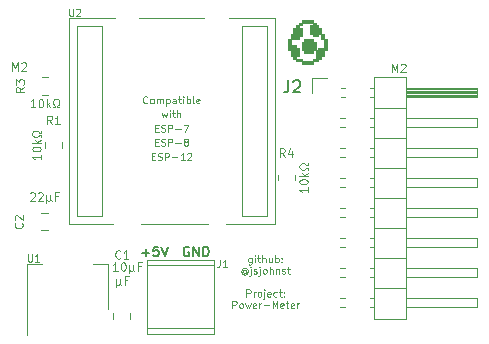
<source format=gto>
G04 #@! TF.GenerationSoftware,KiCad,Pcbnew,(6.0.10-0)*
G04 #@! TF.CreationDate,2023-01-01T02:05:10-05:00*
G04 #@! TF.ProjectId,8CT-PowerMeter,3843542d-506f-4776-9572-4d657465722e,rev?*
G04 #@! TF.SameCoordinates,Original*
G04 #@! TF.FileFunction,Legend,Top*
G04 #@! TF.FilePolarity,Positive*
%FSLAX46Y46*%
G04 Gerber Fmt 4.6, Leading zero omitted, Abs format (unit mm)*
G04 Created by KiCad (PCBNEW (6.0.10-0)) date 2023-01-01 02:05:10*
%MOMM*%
%LPD*%
G01*
G04 APERTURE LIST*
%ADD10C,0.150000*%
%ADD11C,0.110000*%
%ADD12C,0.120000*%
%ADD13C,0.100000*%
%ADD14C,0.010000*%
G04 APERTURE END LIST*
D10*
X151488476Y-88462000D02*
X151412285Y-88423904D01*
X151298000Y-88423904D01*
X151183714Y-88462000D01*
X151107523Y-88538190D01*
X151069428Y-88614380D01*
X151031333Y-88766761D01*
X151031333Y-88881047D01*
X151069428Y-89033428D01*
X151107523Y-89109619D01*
X151183714Y-89185809D01*
X151298000Y-89223904D01*
X151374190Y-89223904D01*
X151488476Y-89185809D01*
X151526571Y-89147714D01*
X151526571Y-88881047D01*
X151374190Y-88881047D01*
X151869428Y-89223904D02*
X151869428Y-88423904D01*
X152326571Y-89223904D01*
X152326571Y-88423904D01*
X152707523Y-89223904D02*
X152707523Y-88423904D01*
X152898000Y-88423904D01*
X153012285Y-88462000D01*
X153088476Y-88538190D01*
X153126571Y-88614380D01*
X153164666Y-88766761D01*
X153164666Y-88881047D01*
X153126571Y-89033428D01*
X153088476Y-89109619D01*
X153012285Y-89185809D01*
X152898000Y-89223904D01*
X152707523Y-89223904D01*
X147513428Y-88919142D02*
X148122952Y-88919142D01*
X147818190Y-89223904D02*
X147818190Y-88614380D01*
X148884857Y-88423904D02*
X148503904Y-88423904D01*
X148465809Y-88804857D01*
X148503904Y-88766761D01*
X148580095Y-88728666D01*
X148770571Y-88728666D01*
X148846761Y-88766761D01*
X148884857Y-88804857D01*
X148922952Y-88881047D01*
X148922952Y-89071523D01*
X148884857Y-89147714D01*
X148846761Y-89185809D01*
X148770571Y-89223904D01*
X148580095Y-89223904D01*
X148503904Y-89185809D01*
X148465809Y-89147714D01*
X149151523Y-88423904D02*
X149418190Y-89223904D01*
X149684857Y-88423904D01*
D11*
X148628571Y-79557142D02*
X148828571Y-79557142D01*
X148914285Y-79871428D02*
X148628571Y-79871428D01*
X148628571Y-79271428D01*
X148914285Y-79271428D01*
X149142857Y-79842857D02*
X149228571Y-79871428D01*
X149371428Y-79871428D01*
X149428571Y-79842857D01*
X149457142Y-79814285D01*
X149485714Y-79757142D01*
X149485714Y-79700000D01*
X149457142Y-79642857D01*
X149428571Y-79614285D01*
X149371428Y-79585714D01*
X149257142Y-79557142D01*
X149200000Y-79528571D01*
X149171428Y-79500000D01*
X149142857Y-79442857D01*
X149142857Y-79385714D01*
X149171428Y-79328571D01*
X149200000Y-79300000D01*
X149257142Y-79271428D01*
X149400000Y-79271428D01*
X149485714Y-79300000D01*
X149742857Y-79871428D02*
X149742857Y-79271428D01*
X149971428Y-79271428D01*
X150028571Y-79300000D01*
X150057142Y-79328571D01*
X150085714Y-79385714D01*
X150085714Y-79471428D01*
X150057142Y-79528571D01*
X150028571Y-79557142D01*
X149971428Y-79585714D01*
X149742857Y-79585714D01*
X150342857Y-79642857D02*
X150800000Y-79642857D01*
X151171428Y-79528571D02*
X151114285Y-79500000D01*
X151085714Y-79471428D01*
X151057142Y-79414285D01*
X151057142Y-79385714D01*
X151085714Y-79328571D01*
X151114285Y-79300000D01*
X151171428Y-79271428D01*
X151285714Y-79271428D01*
X151342857Y-79300000D01*
X151371428Y-79328571D01*
X151400000Y-79385714D01*
X151400000Y-79414285D01*
X151371428Y-79471428D01*
X151342857Y-79500000D01*
X151285714Y-79528571D01*
X151171428Y-79528571D01*
X151114285Y-79557142D01*
X151085714Y-79585714D01*
X151057142Y-79642857D01*
X151057142Y-79757142D01*
X151085714Y-79814285D01*
X151114285Y-79842857D01*
X151171428Y-79871428D01*
X151285714Y-79871428D01*
X151342857Y-79842857D01*
X151371428Y-79814285D01*
X151400000Y-79757142D01*
X151400000Y-79642857D01*
X151371428Y-79585714D01*
X151342857Y-79557142D01*
X151285714Y-79528571D01*
X149185714Y-77071428D02*
X149300000Y-77471428D01*
X149414285Y-77185714D01*
X149528571Y-77471428D01*
X149642857Y-77071428D01*
X149871428Y-77471428D02*
X149871428Y-77071428D01*
X149871428Y-76871428D02*
X149842857Y-76900000D01*
X149871428Y-76928571D01*
X149900000Y-76900000D01*
X149871428Y-76871428D01*
X149871428Y-76928571D01*
X150071428Y-77071428D02*
X150300000Y-77071428D01*
X150157142Y-76871428D02*
X150157142Y-77385714D01*
X150185714Y-77442857D01*
X150242857Y-77471428D01*
X150300000Y-77471428D01*
X150500000Y-77471428D02*
X150500000Y-76871428D01*
X150757142Y-77471428D02*
X150757142Y-77157142D01*
X150728571Y-77100000D01*
X150671428Y-77071428D01*
X150585714Y-77071428D01*
X150528571Y-77100000D01*
X150500000Y-77128571D01*
X148628571Y-78357142D02*
X148828571Y-78357142D01*
X148914285Y-78671428D02*
X148628571Y-78671428D01*
X148628571Y-78071428D01*
X148914285Y-78071428D01*
X149142857Y-78642857D02*
X149228571Y-78671428D01*
X149371428Y-78671428D01*
X149428571Y-78642857D01*
X149457142Y-78614285D01*
X149485714Y-78557142D01*
X149485714Y-78500000D01*
X149457142Y-78442857D01*
X149428571Y-78414285D01*
X149371428Y-78385714D01*
X149257142Y-78357142D01*
X149200000Y-78328571D01*
X149171428Y-78300000D01*
X149142857Y-78242857D01*
X149142857Y-78185714D01*
X149171428Y-78128571D01*
X149200000Y-78100000D01*
X149257142Y-78071428D01*
X149400000Y-78071428D01*
X149485714Y-78100000D01*
X149742857Y-78671428D02*
X149742857Y-78071428D01*
X149971428Y-78071428D01*
X150028571Y-78100000D01*
X150057142Y-78128571D01*
X150085714Y-78185714D01*
X150085714Y-78271428D01*
X150057142Y-78328571D01*
X150028571Y-78357142D01*
X149971428Y-78385714D01*
X149742857Y-78385714D01*
X150342857Y-78442857D02*
X150800000Y-78442857D01*
X151028571Y-78071428D02*
X151428571Y-78071428D01*
X151171428Y-78671428D01*
X156797142Y-89341428D02*
X156797142Y-89827142D01*
X156768571Y-89884285D01*
X156740000Y-89912857D01*
X156682857Y-89941428D01*
X156597142Y-89941428D01*
X156540000Y-89912857D01*
X156797142Y-89712857D02*
X156740000Y-89741428D01*
X156625714Y-89741428D01*
X156568571Y-89712857D01*
X156540000Y-89684285D01*
X156511428Y-89627142D01*
X156511428Y-89455714D01*
X156540000Y-89398571D01*
X156568571Y-89370000D01*
X156625714Y-89341428D01*
X156740000Y-89341428D01*
X156797142Y-89370000D01*
X157082857Y-89741428D02*
X157082857Y-89341428D01*
X157082857Y-89141428D02*
X157054285Y-89170000D01*
X157082857Y-89198571D01*
X157111428Y-89170000D01*
X157082857Y-89141428D01*
X157082857Y-89198571D01*
X157282857Y-89341428D02*
X157511428Y-89341428D01*
X157368571Y-89141428D02*
X157368571Y-89655714D01*
X157397142Y-89712857D01*
X157454285Y-89741428D01*
X157511428Y-89741428D01*
X157711428Y-89741428D02*
X157711428Y-89141428D01*
X157968571Y-89741428D02*
X157968571Y-89427142D01*
X157940000Y-89370000D01*
X157882857Y-89341428D01*
X157797142Y-89341428D01*
X157740000Y-89370000D01*
X157711428Y-89398571D01*
X158511428Y-89341428D02*
X158511428Y-89741428D01*
X158254285Y-89341428D02*
X158254285Y-89655714D01*
X158282857Y-89712857D01*
X158340000Y-89741428D01*
X158425714Y-89741428D01*
X158482857Y-89712857D01*
X158511428Y-89684285D01*
X158797142Y-89741428D02*
X158797142Y-89141428D01*
X158797142Y-89370000D02*
X158854285Y-89341428D01*
X158968571Y-89341428D01*
X159025714Y-89370000D01*
X159054285Y-89398571D01*
X159082857Y-89455714D01*
X159082857Y-89627142D01*
X159054285Y-89684285D01*
X159025714Y-89712857D01*
X158968571Y-89741428D01*
X158854285Y-89741428D01*
X158797142Y-89712857D01*
X159340000Y-89684285D02*
X159368571Y-89712857D01*
X159340000Y-89741428D01*
X159311428Y-89712857D01*
X159340000Y-89684285D01*
X159340000Y-89741428D01*
X159340000Y-89370000D02*
X159368571Y-89398571D01*
X159340000Y-89427142D01*
X159311428Y-89398571D01*
X159340000Y-89370000D01*
X159340000Y-89427142D01*
X156311428Y-90421714D02*
X156282857Y-90393142D01*
X156225714Y-90364571D01*
X156168571Y-90364571D01*
X156111428Y-90393142D01*
X156082857Y-90421714D01*
X156054285Y-90478857D01*
X156054285Y-90536000D01*
X156082857Y-90593142D01*
X156111428Y-90621714D01*
X156168571Y-90650285D01*
X156225714Y-90650285D01*
X156282857Y-90621714D01*
X156311428Y-90593142D01*
X156311428Y-90364571D02*
X156311428Y-90593142D01*
X156340000Y-90621714D01*
X156368571Y-90621714D01*
X156425714Y-90593142D01*
X156454285Y-90536000D01*
X156454285Y-90393142D01*
X156397142Y-90307428D01*
X156311428Y-90250285D01*
X156197142Y-90221714D01*
X156082857Y-90250285D01*
X155997142Y-90307428D01*
X155940000Y-90393142D01*
X155911428Y-90507428D01*
X155940000Y-90621714D01*
X155997142Y-90707428D01*
X156082857Y-90764571D01*
X156197142Y-90793142D01*
X156311428Y-90764571D01*
X156397142Y-90707428D01*
X156711428Y-90307428D02*
X156711428Y-90821714D01*
X156682857Y-90878857D01*
X156625714Y-90907428D01*
X156597142Y-90907428D01*
X156711428Y-90107428D02*
X156682857Y-90136000D01*
X156711428Y-90164571D01*
X156740000Y-90136000D01*
X156711428Y-90107428D01*
X156711428Y-90164571D01*
X156968571Y-90678857D02*
X157025714Y-90707428D01*
X157140000Y-90707428D01*
X157197142Y-90678857D01*
X157225714Y-90621714D01*
X157225714Y-90593142D01*
X157197142Y-90536000D01*
X157140000Y-90507428D01*
X157054285Y-90507428D01*
X156997142Y-90478857D01*
X156968571Y-90421714D01*
X156968571Y-90393142D01*
X156997142Y-90336000D01*
X157054285Y-90307428D01*
X157140000Y-90307428D01*
X157197142Y-90336000D01*
X157482857Y-90307428D02*
X157482857Y-90821714D01*
X157454285Y-90878857D01*
X157397142Y-90907428D01*
X157368571Y-90907428D01*
X157482857Y-90107428D02*
X157454285Y-90136000D01*
X157482857Y-90164571D01*
X157511428Y-90136000D01*
X157482857Y-90107428D01*
X157482857Y-90164571D01*
X157854285Y-90707428D02*
X157797142Y-90678857D01*
X157768571Y-90650285D01*
X157740000Y-90593142D01*
X157740000Y-90421714D01*
X157768571Y-90364571D01*
X157797142Y-90336000D01*
X157854285Y-90307428D01*
X157940000Y-90307428D01*
X157997142Y-90336000D01*
X158025714Y-90364571D01*
X158054285Y-90421714D01*
X158054285Y-90593142D01*
X158025714Y-90650285D01*
X157997142Y-90678857D01*
X157940000Y-90707428D01*
X157854285Y-90707428D01*
X158311428Y-90707428D02*
X158311428Y-90107428D01*
X158568571Y-90707428D02*
X158568571Y-90393142D01*
X158540000Y-90336000D01*
X158482857Y-90307428D01*
X158397142Y-90307428D01*
X158340000Y-90336000D01*
X158311428Y-90364571D01*
X158854285Y-90307428D02*
X158854285Y-90707428D01*
X158854285Y-90364571D02*
X158882857Y-90336000D01*
X158940000Y-90307428D01*
X159025714Y-90307428D01*
X159082857Y-90336000D01*
X159111428Y-90393142D01*
X159111428Y-90707428D01*
X159368571Y-90678857D02*
X159425714Y-90707428D01*
X159540000Y-90707428D01*
X159597142Y-90678857D01*
X159625714Y-90621714D01*
X159625714Y-90593142D01*
X159597142Y-90536000D01*
X159540000Y-90507428D01*
X159454285Y-90507428D01*
X159397142Y-90478857D01*
X159368571Y-90421714D01*
X159368571Y-90393142D01*
X159397142Y-90336000D01*
X159454285Y-90307428D01*
X159540000Y-90307428D01*
X159597142Y-90336000D01*
X159797142Y-90307428D02*
X160025714Y-90307428D01*
X159882857Y-90107428D02*
X159882857Y-90621714D01*
X159911428Y-90678857D01*
X159968571Y-90707428D01*
X160025714Y-90707428D01*
X156354285Y-92639428D02*
X156354285Y-92039428D01*
X156582857Y-92039428D01*
X156640000Y-92068000D01*
X156668571Y-92096571D01*
X156697142Y-92153714D01*
X156697142Y-92239428D01*
X156668571Y-92296571D01*
X156640000Y-92325142D01*
X156582857Y-92353714D01*
X156354285Y-92353714D01*
X156954285Y-92639428D02*
X156954285Y-92239428D01*
X156954285Y-92353714D02*
X156982857Y-92296571D01*
X157011428Y-92268000D01*
X157068571Y-92239428D01*
X157125714Y-92239428D01*
X157411428Y-92639428D02*
X157354285Y-92610857D01*
X157325714Y-92582285D01*
X157297142Y-92525142D01*
X157297142Y-92353714D01*
X157325714Y-92296571D01*
X157354285Y-92268000D01*
X157411428Y-92239428D01*
X157497142Y-92239428D01*
X157554285Y-92268000D01*
X157582857Y-92296571D01*
X157611428Y-92353714D01*
X157611428Y-92525142D01*
X157582857Y-92582285D01*
X157554285Y-92610857D01*
X157497142Y-92639428D01*
X157411428Y-92639428D01*
X157868571Y-92239428D02*
X157868571Y-92753714D01*
X157840000Y-92810857D01*
X157782857Y-92839428D01*
X157754285Y-92839428D01*
X157868571Y-92039428D02*
X157840000Y-92068000D01*
X157868571Y-92096571D01*
X157897142Y-92068000D01*
X157868571Y-92039428D01*
X157868571Y-92096571D01*
X158382857Y-92610857D02*
X158325714Y-92639428D01*
X158211428Y-92639428D01*
X158154285Y-92610857D01*
X158125714Y-92553714D01*
X158125714Y-92325142D01*
X158154285Y-92268000D01*
X158211428Y-92239428D01*
X158325714Y-92239428D01*
X158382857Y-92268000D01*
X158411428Y-92325142D01*
X158411428Y-92382285D01*
X158125714Y-92439428D01*
X158925714Y-92610857D02*
X158868571Y-92639428D01*
X158754285Y-92639428D01*
X158697142Y-92610857D01*
X158668571Y-92582285D01*
X158640000Y-92525142D01*
X158640000Y-92353714D01*
X158668571Y-92296571D01*
X158697142Y-92268000D01*
X158754285Y-92239428D01*
X158868571Y-92239428D01*
X158925714Y-92268000D01*
X159097142Y-92239428D02*
X159325714Y-92239428D01*
X159182857Y-92039428D02*
X159182857Y-92553714D01*
X159211428Y-92610857D01*
X159268571Y-92639428D01*
X159325714Y-92639428D01*
X159525714Y-92582285D02*
X159554285Y-92610857D01*
X159525714Y-92639428D01*
X159497142Y-92610857D01*
X159525714Y-92582285D01*
X159525714Y-92639428D01*
X159525714Y-92268000D02*
X159554285Y-92296571D01*
X159525714Y-92325142D01*
X159497142Y-92296571D01*
X159525714Y-92268000D01*
X159525714Y-92325142D01*
X155168571Y-93605428D02*
X155168571Y-93005428D01*
X155397142Y-93005428D01*
X155454285Y-93034000D01*
X155482857Y-93062571D01*
X155511428Y-93119714D01*
X155511428Y-93205428D01*
X155482857Y-93262571D01*
X155454285Y-93291142D01*
X155397142Y-93319714D01*
X155168571Y-93319714D01*
X155854285Y-93605428D02*
X155797142Y-93576857D01*
X155768571Y-93548285D01*
X155740000Y-93491142D01*
X155740000Y-93319714D01*
X155768571Y-93262571D01*
X155797142Y-93234000D01*
X155854285Y-93205428D01*
X155940000Y-93205428D01*
X155997142Y-93234000D01*
X156025714Y-93262571D01*
X156054285Y-93319714D01*
X156054285Y-93491142D01*
X156025714Y-93548285D01*
X155997142Y-93576857D01*
X155940000Y-93605428D01*
X155854285Y-93605428D01*
X156254285Y-93205428D02*
X156368571Y-93605428D01*
X156482857Y-93319714D01*
X156597142Y-93605428D01*
X156711428Y-93205428D01*
X157168571Y-93576857D02*
X157111428Y-93605428D01*
X156997142Y-93605428D01*
X156940000Y-93576857D01*
X156911428Y-93519714D01*
X156911428Y-93291142D01*
X156940000Y-93234000D01*
X156997142Y-93205428D01*
X157111428Y-93205428D01*
X157168571Y-93234000D01*
X157197142Y-93291142D01*
X157197142Y-93348285D01*
X156911428Y-93405428D01*
X157454285Y-93605428D02*
X157454285Y-93205428D01*
X157454285Y-93319714D02*
X157482857Y-93262571D01*
X157511428Y-93234000D01*
X157568571Y-93205428D01*
X157625714Y-93205428D01*
X157825714Y-93376857D02*
X158282857Y-93376857D01*
X158568571Y-93605428D02*
X158568571Y-93005428D01*
X158768571Y-93434000D01*
X158968571Y-93005428D01*
X158968571Y-93605428D01*
X159482857Y-93576857D02*
X159425714Y-93605428D01*
X159311428Y-93605428D01*
X159254285Y-93576857D01*
X159225714Y-93519714D01*
X159225714Y-93291142D01*
X159254285Y-93234000D01*
X159311428Y-93205428D01*
X159425714Y-93205428D01*
X159482857Y-93234000D01*
X159511428Y-93291142D01*
X159511428Y-93348285D01*
X159225714Y-93405428D01*
X159682857Y-93205428D02*
X159911428Y-93205428D01*
X159768571Y-93005428D02*
X159768571Y-93519714D01*
X159797142Y-93576857D01*
X159854285Y-93605428D01*
X159911428Y-93605428D01*
X160340000Y-93576857D02*
X160282857Y-93605428D01*
X160168571Y-93605428D01*
X160111428Y-93576857D01*
X160082857Y-93519714D01*
X160082857Y-93291142D01*
X160111428Y-93234000D01*
X160168571Y-93205428D01*
X160282857Y-93205428D01*
X160340000Y-93234000D01*
X160368571Y-93291142D01*
X160368571Y-93348285D01*
X160082857Y-93405428D01*
X160625714Y-93605428D02*
X160625714Y-93205428D01*
X160625714Y-93319714D02*
X160654285Y-93262571D01*
X160682857Y-93234000D01*
X160740000Y-93205428D01*
X160797142Y-93205428D01*
X148342857Y-80757142D02*
X148542857Y-80757142D01*
X148628571Y-81071428D02*
X148342857Y-81071428D01*
X148342857Y-80471428D01*
X148628571Y-80471428D01*
X148857142Y-81042857D02*
X148942857Y-81071428D01*
X149085714Y-81071428D01*
X149142857Y-81042857D01*
X149171428Y-81014285D01*
X149200000Y-80957142D01*
X149200000Y-80900000D01*
X149171428Y-80842857D01*
X149142857Y-80814285D01*
X149085714Y-80785714D01*
X148971428Y-80757142D01*
X148914285Y-80728571D01*
X148885714Y-80700000D01*
X148857142Y-80642857D01*
X148857142Y-80585714D01*
X148885714Y-80528571D01*
X148914285Y-80500000D01*
X148971428Y-80471428D01*
X149114285Y-80471428D01*
X149200000Y-80500000D01*
X149457142Y-81071428D02*
X149457142Y-80471428D01*
X149685714Y-80471428D01*
X149742857Y-80500000D01*
X149771428Y-80528571D01*
X149800000Y-80585714D01*
X149800000Y-80671428D01*
X149771428Y-80728571D01*
X149742857Y-80757142D01*
X149685714Y-80785714D01*
X149457142Y-80785714D01*
X150057142Y-80842857D02*
X150514285Y-80842857D01*
X151114285Y-81071428D02*
X150771428Y-81071428D01*
X150942857Y-81071428D02*
X150942857Y-80471428D01*
X150885714Y-80557142D01*
X150828571Y-80614285D01*
X150771428Y-80642857D01*
X151342857Y-80528571D02*
X151371428Y-80500000D01*
X151428571Y-80471428D01*
X151571428Y-80471428D01*
X151628571Y-80500000D01*
X151657142Y-80528571D01*
X151685714Y-80585714D01*
X151685714Y-80642857D01*
X151657142Y-80728571D01*
X151314285Y-81071428D01*
X151685714Y-81071428D01*
X147971428Y-76214285D02*
X147942857Y-76242857D01*
X147857142Y-76271428D01*
X147800000Y-76271428D01*
X147714285Y-76242857D01*
X147657142Y-76185714D01*
X147628571Y-76128571D01*
X147600000Y-76014285D01*
X147600000Y-75928571D01*
X147628571Y-75814285D01*
X147657142Y-75757142D01*
X147714285Y-75700000D01*
X147800000Y-75671428D01*
X147857142Y-75671428D01*
X147942857Y-75700000D01*
X147971428Y-75728571D01*
X148314285Y-76271428D02*
X148257142Y-76242857D01*
X148228571Y-76214285D01*
X148200000Y-76157142D01*
X148200000Y-75985714D01*
X148228571Y-75928571D01*
X148257142Y-75900000D01*
X148314285Y-75871428D01*
X148400000Y-75871428D01*
X148457142Y-75900000D01*
X148485714Y-75928571D01*
X148514285Y-75985714D01*
X148514285Y-76157142D01*
X148485714Y-76214285D01*
X148457142Y-76242857D01*
X148400000Y-76271428D01*
X148314285Y-76271428D01*
X148771428Y-76271428D02*
X148771428Y-75871428D01*
X148771428Y-75928571D02*
X148800000Y-75900000D01*
X148857142Y-75871428D01*
X148942857Y-75871428D01*
X149000000Y-75900000D01*
X149028571Y-75957142D01*
X149028571Y-76271428D01*
X149028571Y-75957142D02*
X149057142Y-75900000D01*
X149114285Y-75871428D01*
X149200000Y-75871428D01*
X149257142Y-75900000D01*
X149285714Y-75957142D01*
X149285714Y-76271428D01*
X149571428Y-75871428D02*
X149571428Y-76471428D01*
X149571428Y-75900000D02*
X149628571Y-75871428D01*
X149742857Y-75871428D01*
X149800000Y-75900000D01*
X149828571Y-75928571D01*
X149857142Y-75985714D01*
X149857142Y-76157142D01*
X149828571Y-76214285D01*
X149800000Y-76242857D01*
X149742857Y-76271428D01*
X149628571Y-76271428D01*
X149571428Y-76242857D01*
X150371428Y-76271428D02*
X150371428Y-75957142D01*
X150342857Y-75900000D01*
X150285714Y-75871428D01*
X150171428Y-75871428D01*
X150114285Y-75900000D01*
X150371428Y-76242857D02*
X150314285Y-76271428D01*
X150171428Y-76271428D01*
X150114285Y-76242857D01*
X150085714Y-76185714D01*
X150085714Y-76128571D01*
X150114285Y-76071428D01*
X150171428Y-76042857D01*
X150314285Y-76042857D01*
X150371428Y-76014285D01*
X150571428Y-75871428D02*
X150800000Y-75871428D01*
X150657142Y-75671428D02*
X150657142Y-76185714D01*
X150685714Y-76242857D01*
X150742857Y-76271428D01*
X150800000Y-76271428D01*
X151000000Y-76271428D02*
X151000000Y-75871428D01*
X151000000Y-75671428D02*
X150971428Y-75700000D01*
X151000000Y-75728571D01*
X151028571Y-75700000D01*
X151000000Y-75671428D01*
X151000000Y-75728571D01*
X151285714Y-76271428D02*
X151285714Y-75671428D01*
X151285714Y-75900000D02*
X151342857Y-75871428D01*
X151457142Y-75871428D01*
X151514285Y-75900000D01*
X151542857Y-75928571D01*
X151571428Y-75985714D01*
X151571428Y-76157142D01*
X151542857Y-76214285D01*
X151514285Y-76242857D01*
X151457142Y-76271428D01*
X151342857Y-76271428D01*
X151285714Y-76242857D01*
X151914285Y-76271428D02*
X151857142Y-76242857D01*
X151828571Y-76185714D01*
X151828571Y-75671428D01*
X152371428Y-76242857D02*
X152314285Y-76271428D01*
X152200000Y-76271428D01*
X152142857Y-76242857D01*
X152114285Y-76185714D01*
X152114285Y-75957142D01*
X152142857Y-75900000D01*
X152200000Y-75871428D01*
X152314285Y-75871428D01*
X152371428Y-75900000D01*
X152400000Y-75957142D01*
X152400000Y-76014285D01*
X152114285Y-76071428D01*
D12*
X137350000Y-86416666D02*
X137383333Y-86450000D01*
X137416666Y-86550000D01*
X137416666Y-86616666D01*
X137383333Y-86716666D01*
X137316666Y-86783333D01*
X137250000Y-86816666D01*
X137116666Y-86850000D01*
X137016666Y-86850000D01*
X136883333Y-86816666D01*
X136816666Y-86783333D01*
X136750000Y-86716666D01*
X136716666Y-86616666D01*
X136716666Y-86550000D01*
X136750000Y-86450000D01*
X136783333Y-86416666D01*
X136783333Y-86150000D02*
X136750000Y-86116666D01*
X136716666Y-86050000D01*
X136716666Y-85883333D01*
X136750000Y-85816666D01*
X136783333Y-85783333D01*
X136850000Y-85750000D01*
X136916666Y-85750000D01*
X137016666Y-85783333D01*
X137416666Y-86183333D01*
X137416666Y-85750000D01*
X138050000Y-83883333D02*
X138083333Y-83850000D01*
X138150000Y-83816666D01*
X138316666Y-83816666D01*
X138383333Y-83850000D01*
X138416666Y-83883333D01*
X138450000Y-83950000D01*
X138450000Y-84016666D01*
X138416666Y-84116666D01*
X138016666Y-84516666D01*
X138450000Y-84516666D01*
X138716666Y-83883333D02*
X138750000Y-83850000D01*
X138816666Y-83816666D01*
X138983333Y-83816666D01*
X139050000Y-83850000D01*
X139083333Y-83883333D01*
X139116666Y-83950000D01*
X139116666Y-84016666D01*
X139083333Y-84116666D01*
X138683333Y-84516666D01*
X139116666Y-84516666D01*
X139416666Y-84050000D02*
X139416666Y-84750000D01*
X139750000Y-84416666D02*
X139783333Y-84483333D01*
X139850000Y-84516666D01*
X139416666Y-84416666D02*
X139450000Y-84483333D01*
X139516666Y-84516666D01*
X139650000Y-84516666D01*
X139716666Y-84483333D01*
X139750000Y-84416666D01*
X139750000Y-84050000D01*
X140383333Y-84150000D02*
X140150000Y-84150000D01*
X140150000Y-84516666D02*
X140150000Y-83816666D01*
X140483333Y-83816666D01*
X137516666Y-74916666D02*
X137183333Y-75150000D01*
X137516666Y-75316666D02*
X136816666Y-75316666D01*
X136816666Y-75050000D01*
X136850000Y-74983333D01*
X136883333Y-74950000D01*
X136950000Y-74916666D01*
X137050000Y-74916666D01*
X137116666Y-74950000D01*
X137150000Y-74983333D01*
X137183333Y-75050000D01*
X137183333Y-75316666D01*
X136816666Y-74683333D02*
X136816666Y-74250000D01*
X137083333Y-74483333D01*
X137083333Y-74383333D01*
X137116666Y-74316666D01*
X137150000Y-74283333D01*
X137216666Y-74250000D01*
X137383333Y-74250000D01*
X137450000Y-74283333D01*
X137483333Y-74316666D01*
X137516666Y-74383333D01*
X137516666Y-74583333D01*
X137483333Y-74650000D01*
X137450000Y-74683333D01*
X138483333Y-76616666D02*
X138083333Y-76616666D01*
X138283333Y-76616666D02*
X138283333Y-75916666D01*
X138216666Y-76016666D01*
X138150000Y-76083333D01*
X138083333Y-76116666D01*
X138916666Y-75916666D02*
X138983333Y-75916666D01*
X139050000Y-75950000D01*
X139083333Y-75983333D01*
X139116666Y-76050000D01*
X139150000Y-76183333D01*
X139150000Y-76350000D01*
X139116666Y-76483333D01*
X139083333Y-76550000D01*
X139050000Y-76583333D01*
X138983333Y-76616666D01*
X138916666Y-76616666D01*
X138850000Y-76583333D01*
X138816666Y-76550000D01*
X138783333Y-76483333D01*
X138750000Y-76350000D01*
X138750000Y-76183333D01*
X138783333Y-76050000D01*
X138816666Y-75983333D01*
X138850000Y-75950000D01*
X138916666Y-75916666D01*
X139450000Y-76616666D02*
X139450000Y-75916666D01*
X139516666Y-76350000D02*
X139716666Y-76616666D01*
X139716666Y-76150000D02*
X139450000Y-76416666D01*
X139983333Y-76616666D02*
X140150000Y-76616666D01*
X140150000Y-76483333D01*
X140083333Y-76450000D01*
X140016666Y-76383333D01*
X139983333Y-76283333D01*
X139983333Y-76116666D01*
X140016666Y-76016666D01*
X140083333Y-75950000D01*
X140183333Y-75916666D01*
X140316666Y-75916666D01*
X140416666Y-75950000D01*
X140483333Y-76016666D01*
X140516666Y-76116666D01*
X140516666Y-76283333D01*
X140483333Y-76383333D01*
X140416666Y-76450000D01*
X140350000Y-76483333D01*
X140350000Y-76616666D01*
X140516666Y-76616666D01*
X159601333Y-80791666D02*
X159368000Y-80458333D01*
X159201333Y-80791666D02*
X159201333Y-80091666D01*
X159468000Y-80091666D01*
X159534666Y-80125000D01*
X159568000Y-80158333D01*
X159601333Y-80225000D01*
X159601333Y-80325000D01*
X159568000Y-80391666D01*
X159534666Y-80425000D01*
X159468000Y-80458333D01*
X159201333Y-80458333D01*
X160201333Y-80325000D02*
X160201333Y-80791666D01*
X160034666Y-80058333D02*
X159868000Y-80558333D01*
X160301333Y-80558333D01*
X161534666Y-83391666D02*
X161534666Y-83791666D01*
X161534666Y-83591666D02*
X160834666Y-83591666D01*
X160934666Y-83658333D01*
X161001333Y-83725000D01*
X161034666Y-83791666D01*
X160834666Y-82958333D02*
X160834666Y-82891666D01*
X160868000Y-82825000D01*
X160901333Y-82791666D01*
X160968000Y-82758333D01*
X161101333Y-82725000D01*
X161268000Y-82725000D01*
X161401333Y-82758333D01*
X161468000Y-82791666D01*
X161501333Y-82825000D01*
X161534666Y-82891666D01*
X161534666Y-82958333D01*
X161501333Y-83025000D01*
X161468000Y-83058333D01*
X161401333Y-83091666D01*
X161268000Y-83125000D01*
X161101333Y-83125000D01*
X160968000Y-83091666D01*
X160901333Y-83058333D01*
X160868000Y-83025000D01*
X160834666Y-82958333D01*
X161534666Y-82425000D02*
X160834666Y-82425000D01*
X161268000Y-82358333D02*
X161534666Y-82158333D01*
X161068000Y-82158333D02*
X161334666Y-82425000D01*
X161534666Y-81891666D02*
X161534666Y-81725000D01*
X161401333Y-81725000D01*
X161368000Y-81791666D01*
X161301333Y-81858333D01*
X161201333Y-81891666D01*
X161034666Y-81891666D01*
X160934666Y-81858333D01*
X160868000Y-81791666D01*
X160834666Y-81691666D01*
X160834666Y-81558333D01*
X160868000Y-81458333D01*
X160934666Y-81391666D01*
X161034666Y-81358333D01*
X161201333Y-81358333D01*
X161301333Y-81391666D01*
X161368000Y-81458333D01*
X161401333Y-81525000D01*
X161534666Y-81525000D01*
X161534666Y-81358333D01*
X139883333Y-78016666D02*
X139650000Y-77683333D01*
X139483333Y-78016666D02*
X139483333Y-77316666D01*
X139750000Y-77316666D01*
X139816666Y-77350000D01*
X139850000Y-77383333D01*
X139883333Y-77450000D01*
X139883333Y-77550000D01*
X139850000Y-77616666D01*
X139816666Y-77650000D01*
X139750000Y-77683333D01*
X139483333Y-77683333D01*
X140550000Y-78016666D02*
X140150000Y-78016666D01*
X140350000Y-78016666D02*
X140350000Y-77316666D01*
X140283333Y-77416666D01*
X140216666Y-77483333D01*
X140150000Y-77516666D01*
X138916666Y-80616666D02*
X138916666Y-81016666D01*
X138916666Y-80816666D02*
X138216666Y-80816666D01*
X138316666Y-80883333D01*
X138383333Y-80950000D01*
X138416666Y-81016666D01*
X138216666Y-80183333D02*
X138216666Y-80116666D01*
X138250000Y-80050000D01*
X138283333Y-80016666D01*
X138350000Y-79983333D01*
X138483333Y-79950000D01*
X138650000Y-79950000D01*
X138783333Y-79983333D01*
X138850000Y-80016666D01*
X138883333Y-80050000D01*
X138916666Y-80116666D01*
X138916666Y-80183333D01*
X138883333Y-80250000D01*
X138850000Y-80283333D01*
X138783333Y-80316666D01*
X138650000Y-80350000D01*
X138483333Y-80350000D01*
X138350000Y-80316666D01*
X138283333Y-80283333D01*
X138250000Y-80250000D01*
X138216666Y-80183333D01*
X138916666Y-79650000D02*
X138216666Y-79650000D01*
X138650000Y-79583333D02*
X138916666Y-79383333D01*
X138450000Y-79383333D02*
X138716666Y-79650000D01*
X138916666Y-79116666D02*
X138916666Y-78950000D01*
X138783333Y-78950000D01*
X138750000Y-79016666D01*
X138683333Y-79083333D01*
X138583333Y-79116666D01*
X138416666Y-79116666D01*
X138316666Y-79083333D01*
X138250000Y-79016666D01*
X138216666Y-78916666D01*
X138216666Y-78783333D01*
X138250000Y-78683333D01*
X138316666Y-78616666D01*
X138416666Y-78583333D01*
X138583333Y-78583333D01*
X138683333Y-78616666D01*
X138750000Y-78683333D01*
X138783333Y-78750000D01*
X138916666Y-78750000D01*
X138916666Y-78583333D01*
D13*
X137842857Y-89071428D02*
X137842857Y-89557142D01*
X137871428Y-89614285D01*
X137900000Y-89642857D01*
X137957142Y-89671428D01*
X138071428Y-89671428D01*
X138128571Y-89642857D01*
X138157142Y-89614285D01*
X138185714Y-89557142D01*
X138185714Y-89071428D01*
X138785714Y-89671428D02*
X138442857Y-89671428D01*
X138614285Y-89671428D02*
X138614285Y-89071428D01*
X138557142Y-89157142D01*
X138500000Y-89214285D01*
X138442857Y-89242857D01*
X154074000Y-89543428D02*
X154074000Y-89972000D01*
X154045428Y-90057714D01*
X153988285Y-90114857D01*
X153902571Y-90143428D01*
X153845428Y-90143428D01*
X154674000Y-90143428D02*
X154331142Y-90143428D01*
X154502571Y-90143428D02*
X154502571Y-89543428D01*
X154445428Y-89629142D01*
X154388285Y-89686285D01*
X154331142Y-89714857D01*
D12*
X145683333Y-89350000D02*
X145650000Y-89383333D01*
X145550000Y-89416666D01*
X145483333Y-89416666D01*
X145383333Y-89383333D01*
X145316666Y-89316666D01*
X145283333Y-89250000D01*
X145250000Y-89116666D01*
X145250000Y-89016666D01*
X145283333Y-88883333D01*
X145316666Y-88816666D01*
X145383333Y-88750000D01*
X145483333Y-88716666D01*
X145550000Y-88716666D01*
X145650000Y-88750000D01*
X145683333Y-88783333D01*
X146350000Y-89416666D02*
X145950000Y-89416666D01*
X146150000Y-89416666D02*
X146150000Y-88716666D01*
X146083333Y-88816666D01*
X146016666Y-88883333D01*
X145950000Y-88916666D01*
X145456000Y-90448666D02*
X145056000Y-90448666D01*
X145256000Y-90448666D02*
X145256000Y-89748666D01*
X145189333Y-89848666D01*
X145122666Y-89915333D01*
X145056000Y-89948666D01*
X145889333Y-89748666D02*
X145956000Y-89748666D01*
X146022666Y-89782000D01*
X146056000Y-89815333D01*
X146089333Y-89882000D01*
X146122666Y-90015333D01*
X146122666Y-90182000D01*
X146089333Y-90315333D01*
X146056000Y-90382000D01*
X146022666Y-90415333D01*
X145956000Y-90448666D01*
X145889333Y-90448666D01*
X145822666Y-90415333D01*
X145789333Y-90382000D01*
X145756000Y-90315333D01*
X145722666Y-90182000D01*
X145722666Y-90015333D01*
X145756000Y-89882000D01*
X145789333Y-89815333D01*
X145822666Y-89782000D01*
X145889333Y-89748666D01*
X146422666Y-89982000D02*
X146422666Y-90682000D01*
X146756000Y-90348666D02*
X146789333Y-90415333D01*
X146856000Y-90448666D01*
X146422666Y-90348666D02*
X146456000Y-90415333D01*
X146522666Y-90448666D01*
X146656000Y-90448666D01*
X146722666Y-90415333D01*
X146756000Y-90348666D01*
X146756000Y-89982000D01*
X147389333Y-90082000D02*
X147156000Y-90082000D01*
X147156000Y-90448666D02*
X147156000Y-89748666D01*
X147489333Y-89748666D01*
X145300000Y-91150000D02*
X145300000Y-91850000D01*
X145633333Y-91516666D02*
X145666666Y-91583333D01*
X145733333Y-91616666D01*
X145300000Y-91516666D02*
X145333333Y-91583333D01*
X145400000Y-91616666D01*
X145533333Y-91616666D01*
X145600000Y-91583333D01*
X145633333Y-91516666D01*
X145633333Y-91150000D01*
X146266666Y-91250000D02*
X146033333Y-91250000D01*
X146033333Y-91616666D02*
X146033333Y-90916666D01*
X146366666Y-90916666D01*
D13*
X141342857Y-68271428D02*
X141342857Y-68757142D01*
X141371428Y-68814285D01*
X141400000Y-68842857D01*
X141457142Y-68871428D01*
X141571428Y-68871428D01*
X141628571Y-68842857D01*
X141657142Y-68814285D01*
X141685714Y-68757142D01*
X141685714Y-68271428D01*
X141942857Y-68328571D02*
X141971428Y-68300000D01*
X142028571Y-68271428D01*
X142171428Y-68271428D01*
X142228571Y-68300000D01*
X142257142Y-68328571D01*
X142285714Y-68385714D01*
X142285714Y-68442857D01*
X142257142Y-68528571D01*
X141914285Y-68871428D01*
X142285714Y-68871428D01*
D12*
X168655533Y-73623666D02*
X168655533Y-72923666D01*
X168888866Y-73423666D01*
X169122200Y-72923666D01*
X169122200Y-73623666D01*
X169422200Y-72990333D02*
X169455533Y-72957000D01*
X169522200Y-72923666D01*
X169688866Y-72923666D01*
X169755533Y-72957000D01*
X169788866Y-72990333D01*
X169822200Y-73057000D01*
X169822200Y-73123666D01*
X169788866Y-73223666D01*
X169388866Y-73623666D01*
X169822200Y-73623666D01*
D10*
X159892666Y-74344380D02*
X159892666Y-75058666D01*
X159845047Y-75201523D01*
X159749809Y-75296761D01*
X159606952Y-75344380D01*
X159511714Y-75344380D01*
X160321238Y-74439619D02*
X160368857Y-74392000D01*
X160464095Y-74344380D01*
X160702190Y-74344380D01*
X160797428Y-74392000D01*
X160845047Y-74439619D01*
X160892666Y-74534857D01*
X160892666Y-74630095D01*
X160845047Y-74772952D01*
X160273619Y-75344380D01*
X160892666Y-75344380D01*
D12*
X136533333Y-73516666D02*
X136533333Y-72816666D01*
X136766666Y-73316666D01*
X137000000Y-72816666D01*
X137000000Y-73516666D01*
X137300000Y-72883333D02*
X137333333Y-72850000D01*
X137400000Y-72816666D01*
X137566666Y-72816666D01*
X137633333Y-72850000D01*
X137666666Y-72883333D01*
X137700000Y-72950000D01*
X137700000Y-73016666D01*
X137666666Y-73116666D01*
X137266666Y-73516666D01*
X137700000Y-73516666D01*
X139511252Y-87035000D02*
X138988748Y-87035000D01*
X139511252Y-85565000D02*
X138988748Y-85565000D01*
X139072936Y-74065000D02*
X139527064Y-74065000D01*
X139072936Y-75535000D02*
X139527064Y-75535000D01*
X158983000Y-82802064D02*
X158983000Y-82347936D01*
X160453000Y-82802064D02*
X160453000Y-82347936D01*
X140735000Y-80027064D02*
X140735000Y-79572936D01*
X139265000Y-80027064D02*
X139265000Y-79572936D01*
X144610000Y-93650000D02*
X144610000Y-89890000D01*
X144610000Y-89890000D02*
X143350000Y-89890000D01*
X137790000Y-89890000D02*
X139050000Y-89890000D01*
X137790000Y-95900000D02*
X137790000Y-89890000D01*
X147914000Y-89972000D02*
X153574000Y-89972000D01*
X147914000Y-95272000D02*
X153574000Y-95272000D01*
X147914000Y-89512000D02*
X153574000Y-89512000D01*
X147914000Y-89512000D02*
X147914000Y-95832000D01*
X153574000Y-89512000D02*
X153574000Y-95832000D01*
X147914000Y-95832000D02*
X153574000Y-95832000D01*
X145065000Y-94561252D02*
X145065000Y-94038748D01*
X146535000Y-94561252D02*
X146535000Y-94038748D01*
X152795000Y-69080000D02*
X147295000Y-69080000D01*
X155985000Y-69700500D02*
X155985000Y-85840000D01*
X144105000Y-69700500D02*
X144105000Y-85840000D01*
X145195000Y-69080000D02*
X141295000Y-69080000D01*
X155985000Y-85840000D02*
X158105000Y-85840000D01*
X155985000Y-69700500D02*
X158105000Y-69700500D01*
X158795000Y-86530000D02*
X158795000Y-69080000D01*
X141985000Y-85840000D02*
X144105000Y-85840000D01*
X158795000Y-86530000D02*
X154595000Y-86530000D01*
X158795000Y-69080000D02*
X154895000Y-69080000D01*
X145095000Y-86530000D02*
X141295000Y-86530000D01*
X141295000Y-86530000D02*
X141295000Y-69080000D01*
X153095000Y-86530000D02*
X147395000Y-86530000D01*
X158105000Y-69700500D02*
X158105000Y-85840000D01*
X141985000Y-69700500D02*
X144105000Y-69700500D01*
X141985000Y-69700500D02*
X141985000Y-85840000D01*
G36*
X161026100Y-69678650D02*
G01*
X160791150Y-69678650D01*
X160791150Y-69443700D01*
X161026100Y-69443700D01*
X161026100Y-69678650D01*
G37*
D14*
X161026100Y-69678650D02*
X160791150Y-69678650D01*
X160791150Y-69443700D01*
X161026100Y-69443700D01*
X161026100Y-69678650D01*
G36*
X160791150Y-69913600D02*
G01*
X161026100Y-69913600D01*
X161026100Y-70618450D01*
X160791150Y-70618450D01*
X160791150Y-70853400D01*
X160086300Y-70853400D01*
X160086300Y-70383500D01*
X160321250Y-70383500D01*
X160321250Y-69913600D01*
X160556200Y-69913600D01*
X160556200Y-69678650D01*
X160791150Y-69678650D01*
X160791150Y-69913600D01*
G37*
X160791150Y-69913600D02*
X161026100Y-69913600D01*
X161026100Y-70618450D01*
X160791150Y-70618450D01*
X160791150Y-70853400D01*
X160086300Y-70853400D01*
X160086300Y-70383500D01*
X160321250Y-70383500D01*
X160321250Y-69913600D01*
X160556200Y-69913600D01*
X160556200Y-69678650D01*
X160791150Y-69678650D01*
X160791150Y-69913600D01*
G36*
X161026100Y-72733000D02*
G01*
X160556200Y-72733000D01*
X160556200Y-72498050D01*
X161026100Y-72498050D01*
X161026100Y-72733000D01*
G37*
X161026100Y-72733000D02*
X160556200Y-72733000D01*
X160556200Y-72498050D01*
X161026100Y-72498050D01*
X161026100Y-72733000D01*
G36*
X161965900Y-72967950D02*
G01*
X161026100Y-72967950D01*
X161026100Y-72733000D01*
X161965900Y-72733000D01*
X161965900Y-72967950D01*
G37*
X161965900Y-72967950D02*
X161026100Y-72967950D01*
X161026100Y-72733000D01*
X161965900Y-72733000D01*
X161965900Y-72967950D01*
G36*
X161965900Y-71088350D02*
G01*
X162200850Y-71088350D01*
X162200850Y-71793200D01*
X161965900Y-71793200D01*
X161965900Y-72028150D01*
X161261050Y-72028150D01*
X161261050Y-71793200D01*
X161026100Y-71793200D01*
X161026100Y-71088350D01*
X161261050Y-71088350D01*
X161261050Y-70853400D01*
X161965900Y-70853400D01*
X161965900Y-71088350D01*
G37*
X161965900Y-71088350D02*
X162200850Y-71088350D01*
X162200850Y-71793200D01*
X161965900Y-71793200D01*
X161965900Y-72028150D01*
X161261050Y-72028150D01*
X161261050Y-71793200D01*
X161026100Y-71793200D01*
X161026100Y-71088350D01*
X161261050Y-71088350D01*
X161261050Y-70853400D01*
X161965900Y-70853400D01*
X161965900Y-71088350D01*
G36*
X160086300Y-71323300D02*
G01*
X160556200Y-71323300D01*
X160556200Y-71558250D01*
X160791150Y-71558250D01*
X160791150Y-72263100D01*
X160556200Y-72263100D01*
X160556200Y-72498050D01*
X160321250Y-72498050D01*
X160321250Y-72263100D01*
X160086300Y-72263100D01*
X160086300Y-71793200D01*
X159851350Y-71793200D01*
X159851350Y-70853400D01*
X160086300Y-70853400D01*
X160086300Y-71323300D01*
G37*
X160086300Y-71323300D02*
X160556200Y-71323300D01*
X160556200Y-71558250D01*
X160791150Y-71558250D01*
X160791150Y-72263100D01*
X160556200Y-72263100D01*
X160556200Y-72498050D01*
X160321250Y-72498050D01*
X160321250Y-72263100D01*
X160086300Y-72263100D01*
X160086300Y-71793200D01*
X159851350Y-71793200D01*
X159851350Y-70853400D01*
X160086300Y-70853400D01*
X160086300Y-71323300D01*
G36*
X163140650Y-71793200D02*
G01*
X162905700Y-71793200D01*
X162905700Y-72263100D01*
X162670750Y-72263100D01*
X162670750Y-72498050D01*
X162435800Y-72498050D01*
X162435800Y-72733000D01*
X161965900Y-72733000D01*
X161965900Y-72498050D01*
X162200850Y-72498050D01*
X162200850Y-71793200D01*
X162435800Y-71793200D01*
X162435800Y-71558250D01*
X162905700Y-71558250D01*
X162905700Y-70853400D01*
X163140650Y-70853400D01*
X163140650Y-71793200D01*
G37*
X163140650Y-71793200D02*
X162905700Y-71793200D01*
X162905700Y-72263100D01*
X162670750Y-72263100D01*
X162670750Y-72498050D01*
X162435800Y-72498050D01*
X162435800Y-72733000D01*
X161965900Y-72733000D01*
X161965900Y-72498050D01*
X162200850Y-72498050D01*
X162200850Y-71793200D01*
X162435800Y-71793200D01*
X162435800Y-71558250D01*
X162905700Y-71558250D01*
X162905700Y-70853400D01*
X163140650Y-70853400D01*
X163140650Y-71793200D01*
G36*
X162905700Y-70853400D02*
G01*
X162670750Y-70853400D01*
X162670750Y-70383500D01*
X162905700Y-70383500D01*
X162905700Y-70853400D01*
G37*
X162905700Y-70853400D02*
X162670750Y-70853400D01*
X162670750Y-70383500D01*
X162905700Y-70383500D01*
X162905700Y-70853400D01*
G36*
X161965900Y-69443700D02*
G01*
X161026100Y-69443700D01*
X161026100Y-69208750D01*
X161965900Y-69208750D01*
X161965900Y-69443700D01*
G37*
X161965900Y-69443700D02*
X161026100Y-69443700D01*
X161026100Y-69208750D01*
X161965900Y-69208750D01*
X161965900Y-69443700D01*
G36*
X162200850Y-69678650D02*
G01*
X162435800Y-69678650D01*
X162435800Y-69913600D01*
X162670750Y-69913600D01*
X162670750Y-70383500D01*
X162435800Y-70383500D01*
X162435800Y-70618450D01*
X161965900Y-70618450D01*
X161965900Y-70383500D01*
X161730950Y-70383500D01*
X161730950Y-69678650D01*
X161965900Y-69678650D01*
X161965900Y-69443700D01*
X162200850Y-69443700D01*
X162200850Y-69678650D01*
G37*
X162200850Y-69678650D02*
X162435800Y-69678650D01*
X162435800Y-69913600D01*
X162670750Y-69913600D01*
X162670750Y-70383500D01*
X162435800Y-70383500D01*
X162435800Y-70618450D01*
X161965900Y-70618450D01*
X161965900Y-70383500D01*
X161730950Y-70383500D01*
X161730950Y-69678650D01*
X161965900Y-69678650D01*
X161965900Y-69443700D01*
X162200850Y-69443700D01*
X162200850Y-69678650D01*
D12*
X167192000Y-74070000D02*
X167192000Y-94510000D01*
X164254929Y-90260000D02*
X164709071Y-90260000D01*
X169852000Y-74070000D02*
X167192000Y-74070000D01*
X169852000Y-77560000D02*
X175852000Y-77560000D01*
X167192000Y-89370000D02*
X169852000Y-89370000D01*
X169852000Y-92800000D02*
X175852000Y-92800000D01*
X175852000Y-85940000D02*
X169852000Y-85940000D01*
X164254929Y-82640000D02*
X164709071Y-82640000D01*
X169852000Y-90260000D02*
X175852000Y-90260000D01*
X167192000Y-81750000D02*
X169852000Y-81750000D01*
X166794929Y-91020000D02*
X167192000Y-91020000D01*
X167192000Y-86830000D02*
X169852000Y-86830000D01*
X164254929Y-78320000D02*
X164709071Y-78320000D01*
X175852000Y-93560000D02*
X169852000Y-93560000D01*
X164254929Y-88480000D02*
X164709071Y-88480000D01*
X166794929Y-75780000D02*
X167192000Y-75780000D01*
X175852000Y-75020000D02*
X175852000Y-75780000D01*
X169852000Y-75440000D02*
X175852000Y-75440000D01*
X175852000Y-85180000D02*
X175852000Y-85940000D01*
X166794929Y-80860000D02*
X167192000Y-80860000D01*
X166794929Y-82640000D02*
X167192000Y-82640000D01*
X164322000Y-75780000D02*
X164709071Y-75780000D01*
X164254929Y-87720000D02*
X164709071Y-87720000D01*
X161942000Y-75400000D02*
X161942000Y-74130000D01*
X175852000Y-82640000D02*
X175852000Y-83400000D01*
X175852000Y-77560000D02*
X175852000Y-78320000D01*
X175852000Y-88480000D02*
X169852000Y-88480000D01*
X169852000Y-87720000D02*
X175852000Y-87720000D01*
X164254929Y-80100000D02*
X164709071Y-80100000D01*
X166794929Y-85180000D02*
X167192000Y-85180000D01*
X169852000Y-94510000D02*
X169852000Y-74070000D01*
X166794929Y-78320000D02*
X167192000Y-78320000D01*
X175852000Y-91020000D02*
X169852000Y-91020000D01*
X169852000Y-82640000D02*
X175852000Y-82640000D01*
X175852000Y-75780000D02*
X169852000Y-75780000D01*
X164254929Y-77560000D02*
X164709071Y-77560000D01*
X166794929Y-83400000D02*
X167192000Y-83400000D01*
X161942000Y-74130000D02*
X163212000Y-74130000D01*
X167192000Y-91910000D02*
X169852000Y-91910000D01*
X166794929Y-92800000D02*
X167192000Y-92800000D01*
X169852000Y-75560000D02*
X175852000Y-75560000D01*
X167192000Y-94510000D02*
X169852000Y-94510000D01*
X164254929Y-83400000D02*
X164709071Y-83400000D01*
X164254929Y-92800000D02*
X164709071Y-92800000D01*
X167192000Y-79210000D02*
X169852000Y-79210000D01*
X169852000Y-80100000D02*
X175852000Y-80100000D01*
X175852000Y-92800000D02*
X175852000Y-93560000D01*
X166794929Y-88480000D02*
X167192000Y-88480000D01*
X166794929Y-93560000D02*
X167192000Y-93560000D01*
X164254929Y-91020000D02*
X164709071Y-91020000D01*
X164254929Y-80860000D02*
X164709071Y-80860000D01*
X166794929Y-90260000D02*
X167192000Y-90260000D01*
X164254929Y-85940000D02*
X164709071Y-85940000D01*
X169852000Y-75320000D02*
X175852000Y-75320000D01*
X175852000Y-87720000D02*
X175852000Y-88480000D01*
X166794929Y-80100000D02*
X167192000Y-80100000D01*
X175852000Y-80100000D02*
X175852000Y-80860000D01*
X166794929Y-85940000D02*
X167192000Y-85940000D01*
X166794929Y-75020000D02*
X167192000Y-75020000D01*
X169852000Y-75020000D02*
X175852000Y-75020000D01*
X169852000Y-75680000D02*
X175852000Y-75680000D01*
X175852000Y-90260000D02*
X175852000Y-91020000D01*
X166794929Y-77560000D02*
X167192000Y-77560000D01*
X175852000Y-80860000D02*
X169852000Y-80860000D01*
X175852000Y-78320000D02*
X169852000Y-78320000D01*
X169852000Y-85180000D02*
X175852000Y-85180000D01*
X175852000Y-83400000D02*
X169852000Y-83400000D01*
X169852000Y-75200000D02*
X175852000Y-75200000D01*
X167192000Y-76670000D02*
X169852000Y-76670000D01*
X164254929Y-93560000D02*
X164709071Y-93560000D01*
X164322000Y-75020000D02*
X164709071Y-75020000D01*
X166794929Y-87720000D02*
X167192000Y-87720000D01*
X167192000Y-84290000D02*
X169852000Y-84290000D01*
X164254929Y-85180000D02*
X164709071Y-85180000D01*
X169852000Y-75080000D02*
X175852000Y-75080000D01*
M02*

</source>
